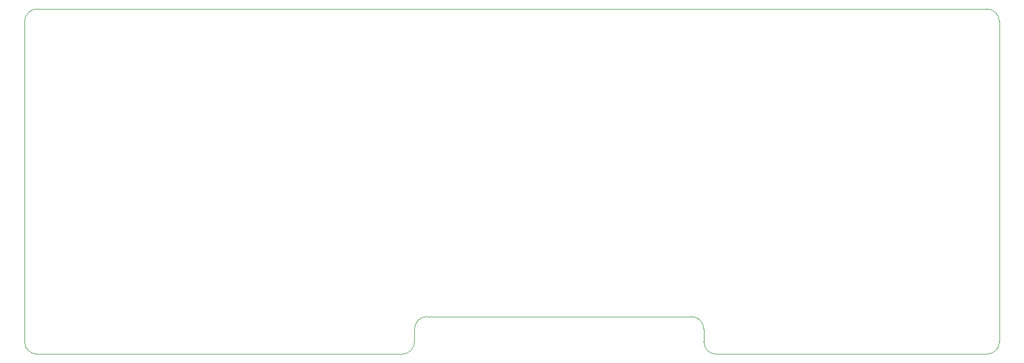
<source format=gbr>
G04 #@! TF.GenerationSoftware,KiCad,Pcbnew,7.0.8*
G04 #@! TF.CreationDate,2024-04-21T12:19:53-07:00*
G04 #@! TF.ProjectId,UsbSourceMeasure,55736253-6f75-4726-9365-4d6561737572,rev?*
G04 #@! TF.SameCoordinates,PX8f0d180PY7270e00*
G04 #@! TF.FileFunction,Profile,NP*
%FSLAX46Y46*%
G04 Gerber Fmt 4.6, Leading zero omitted, Abs format (unit mm)*
G04 Created by KiCad (PCBNEW 7.0.8) date 2024-04-21 12:19:53*
%MOMM*%
%LPD*%
G01*
G04 APERTURE LIST*
G04 #@! TA.AperFunction,Profile*
%ADD10C,0.050000*%
G04 #@! TD*
G04 APERTURE END LIST*
D10*
X35000000Y-15000000D02*
X78000000Y-15000000D01*
X-11000000Y-9000000D02*
G75*
G03*
X-13000000Y-11000000I0J-2000000D01*
G01*
X80000000Y-13000000D02*
X80000000Y38000000D01*
X-13000000Y-13000000D02*
X-13000000Y-11000000D01*
X33000000Y-11000000D02*
X33000000Y-13000000D01*
X-73000000Y40000000D02*
G75*
G03*
X-75000000Y38000000I0J-2000000D01*
G01*
X80000000Y38000000D02*
G75*
G03*
X78000000Y40000000I-2000000J0D01*
G01*
X-15000000Y-15000000D02*
G75*
G03*
X-13000000Y-13000000I0J2000000D01*
G01*
X-75000000Y-13000000D02*
G75*
G03*
X-73000000Y-15000000I2000000J0D01*
G01*
X33000000Y-11000000D02*
G75*
G03*
X31000000Y-9000000I-2000000J0D01*
G01*
X78000000Y40000000D02*
X-73000000Y40000000D01*
X-11000000Y-9000000D02*
X31000000Y-9000000D01*
X-75000000Y38000000D02*
X-75000000Y-13000000D01*
X-15000000Y-15000000D02*
X-73000000Y-15000000D01*
X33000000Y-13000000D02*
G75*
G03*
X35000000Y-15000000I2000000J0D01*
G01*
X78000000Y-15000000D02*
G75*
G03*
X80000000Y-13000000I0J2000000D01*
G01*
M02*

</source>
